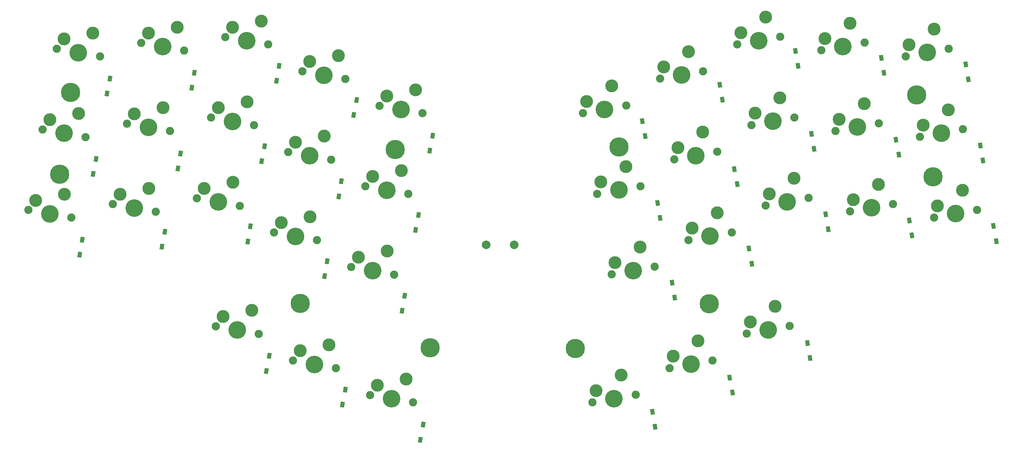
<source format=gbr>
%TF.GenerationSoftware,KiCad,Pcbnew,7.0.2*%
%TF.CreationDate,2023-05-13T02:55:16+09:00*%
%TF.ProjectId,ver1,76657231-2e6b-4696-9361-645f70636258,rev?*%
%TF.SameCoordinates,Original*%
%TF.FileFunction,Soldermask,Top*%
%TF.FilePolarity,Negative*%
%FSLAX46Y46*%
G04 Gerber Fmt 4.6, Leading zero omitted, Abs format (unit mm)*
G04 Created by KiCad (PCBNEW 7.0.2) date 2023-05-13 02:55:16*
%MOMM*%
%LPD*%
G01*
G04 APERTURE LIST*
G04 Aperture macros list*
%AMRotRect*
0 Rectangle, with rotation*
0 The origin of the aperture is its center*
0 $1 length*
0 $2 width*
0 $3 Rotation angle, in degrees counterclockwise*
0 Add horizontal line*
21,1,$1,$2,0,0,$3*%
G04 Aperture macros list end*
%ADD10C,1.900000*%
%ADD11C,3.000000*%
%ADD12C,4.100000*%
%ADD13C,4.500000*%
%ADD14C,2.000000*%
%ADD15RotRect,1.300000X0.950000X80.000000*%
%ADD16RotRect,1.300000X0.950000X100.000000*%
G04 APERTURE END LIST*
D10*
%TO.C,SW21*%
X28336529Y-87090996D03*
D11*
X30028301Y-84810118D03*
D12*
X33339352Y-87973129D03*
D11*
X36722896Y-83411372D03*
D10*
X38342175Y-88855262D03*
%TD*%
%TO.C,SW23*%
X67511703Y-84326698D03*
D11*
X69203475Y-82045820D03*
D12*
X72514526Y-85208831D03*
D11*
X75898070Y-80647074D03*
D10*
X77517349Y-86090964D03*
%TD*%
%TO.C,SW10*%
X232424488Y-51293067D03*
D11*
X233234127Y-48571122D03*
D12*
X237427311Y-50410934D03*
D11*
X239046590Y-44967044D03*
D10*
X242430134Y-49528801D03*
%TD*%
%TO.C,SW9*%
X212836900Y-49910918D03*
D11*
X213646539Y-47188973D03*
D12*
X217839723Y-49028785D03*
D11*
X219459002Y-43584895D03*
D10*
X222842546Y-48146652D03*
%TD*%
%TO.C,SW17*%
X178623723Y-75287501D03*
D11*
X179433362Y-72565556D03*
D12*
X183626546Y-74405368D03*
D11*
X185245825Y-68961478D03*
D10*
X188629369Y-73523235D03*
%TD*%
D13*
%TO.C,Ref\u002A\u002A*%
X155600000Y-119300000D03*
%TD*%
D10*
%TO.C,SW18*%
X196557311Y-67289356D03*
D11*
X197366950Y-64567411D03*
D12*
X201560134Y-66407223D03*
D11*
X203179413Y-60963333D03*
D10*
X206562957Y-65525090D03*
%TD*%
%TO.C,SW32*%
X89863589Y-122119723D03*
D11*
X91555361Y-119838845D03*
D12*
X94866412Y-123001856D03*
D11*
X98249956Y-118440099D03*
D10*
X99869235Y-123883989D03*
%TD*%
D13*
%TO.C,Ref\u002A\u002A*%
X91600000Y-108800000D03*
%TD*%
%TO.C,Ref\u002A\u002A*%
X121800000Y-119100000D03*
%TD*%
D10*
%TO.C,SW24*%
X85445291Y-92324842D03*
D11*
X87137063Y-90043964D03*
D12*
X90448114Y-93206975D03*
D11*
X93831658Y-88645218D03*
D10*
X95450937Y-94089108D03*
%TD*%
%TO.C,SW33*%
X107797177Y-130117867D03*
D11*
X109488949Y-127836989D03*
D12*
X112800000Y-131000000D03*
D11*
X116183544Y-126438243D03*
D10*
X117802823Y-131882133D03*
%TD*%
%TO.C,SW20*%
X235732485Y-70053655D03*
D11*
X236542124Y-67331710D03*
D12*
X240735308Y-69171522D03*
D11*
X242354587Y-63727632D03*
D10*
X245738131Y-68289389D03*
%TD*%
%TO.C,SW7*%
X175315725Y-56526913D03*
D11*
X176125364Y-53804968D03*
D12*
X180318548Y-55644780D03*
D11*
X181937827Y-50200890D03*
D10*
X185321371Y-54762647D03*
%TD*%
%TO.C,SW14*%
X88753289Y-73564255D03*
D11*
X90445061Y-71283377D03*
D12*
X93756112Y-74446388D03*
D11*
X97139656Y-69884631D03*
D10*
X98758935Y-75328521D03*
%TD*%
D13*
%TO.C,Ref\u002A\u002A*%
X234950000Y-60325000D03*
%TD*%
D10*
%TO.C,SW12*%
X51232114Y-66948259D03*
D11*
X52923886Y-64667381D03*
D12*
X56234937Y-67830392D03*
D11*
X59618481Y-63268635D03*
D10*
X61237760Y-68712525D03*
%TD*%
D13*
%TO.C,Ref\u002A\u002A*%
X186700000Y-108900000D03*
%TD*%
D10*
%TO.C,SW5*%
X109994875Y-62801812D03*
D11*
X111686647Y-60520934D03*
D12*
X114997698Y-63683945D03*
D11*
X118381242Y-59122188D03*
D10*
X120000521Y-64566078D03*
%TD*%
%TO.C,SW22*%
X47924116Y-85708847D03*
D11*
X49615888Y-83427969D03*
D12*
X52926939Y-86590980D03*
D11*
X56310483Y-82029223D03*
D10*
X57929762Y-87473113D03*
%TD*%
%TO.C,SW36*%
X195447012Y-115844824D03*
D11*
X196256651Y-113122879D03*
D12*
X200449835Y-114962691D03*
D11*
X202069114Y-109518801D03*
D10*
X205452658Y-114080558D03*
%TD*%
%TO.C,SW3*%
X74127699Y-46805522D03*
D11*
X75819471Y-44524644D03*
D12*
X79130522Y-47687655D03*
D11*
X82514066Y-43125898D03*
D10*
X84133345Y-48569788D03*
%TD*%
D13*
%TO.C,Ref\u002A\u002A*%
X238760000Y-79375000D03*
%TD*%
D10*
%TO.C,SW28*%
X199865309Y-86049944D03*
D11*
X200674948Y-83327999D03*
D12*
X204868132Y-85167811D03*
D11*
X206487411Y-79723921D03*
D10*
X209870955Y-84285678D03*
%TD*%
%TO.C,SW15*%
X106686877Y-81562399D03*
D11*
X108378649Y-79281521D03*
D12*
X111689700Y-82444532D03*
D11*
X115073244Y-77882775D03*
D10*
X116692523Y-83326665D03*
%TD*%
%TO.C,SW1*%
X34952524Y-49569820D03*
D11*
X36644296Y-47288942D03*
D12*
X39955347Y-50451953D03*
D11*
X43338891Y-45890196D03*
D10*
X44958170Y-51334086D03*
%TD*%
%TO.C,SW2*%
X54540112Y-48187671D03*
D11*
X56231884Y-45906793D03*
D12*
X59542935Y-49069804D03*
D11*
X62926479Y-44508047D03*
D10*
X64545758Y-49951937D03*
%TD*%
%TO.C,SW8*%
X193249313Y-48528769D03*
D11*
X194058952Y-45806824D03*
D12*
X198252136Y-47646636D03*
D11*
X199871415Y-42202746D03*
D10*
X203254959Y-46764503D03*
%TD*%
%TO.C,SW11*%
X31644527Y-68330408D03*
D11*
X33336299Y-66049530D03*
D12*
X36647350Y-69212541D03*
D11*
X40030894Y-64650784D03*
D10*
X41650173Y-70094674D03*
%TD*%
%TO.C,SW35*%
X177513423Y-123842969D03*
D11*
X178323062Y-121121024D03*
D12*
X182516246Y-122960836D03*
D11*
X184135525Y-117516946D03*
D10*
X187519069Y-122078703D03*
%TD*%
%TO.C,SW30*%
X239040483Y-88814242D03*
D11*
X239850122Y-86092297D03*
D12*
X244043306Y-87932109D03*
D11*
X245662585Y-82488219D03*
D10*
X249046129Y-87049976D03*
%TD*%
D14*
%TO.C,SW37*%
X141350000Y-95200000D03*
X134850000Y-95200000D03*
%TD*%
D10*
%TO.C,SW16*%
X160690135Y-83285646D03*
D11*
X161499774Y-80563701D03*
D12*
X165692958Y-82403513D03*
D11*
X167312237Y-76959623D03*
D10*
X170695781Y-81521380D03*
%TD*%
D13*
%TO.C,Ref\u002A\u002A*%
X35560000Y-78740000D03*
%TD*%
D10*
%TO.C,SW26*%
X163998132Y-102046233D03*
D11*
X164807771Y-99324288D03*
D12*
X169000955Y-101164100D03*
D11*
X170620234Y-95720210D03*
D10*
X174003778Y-100281967D03*
%TD*%
%TO.C,SW25*%
X103378880Y-100322987D03*
D11*
X105070652Y-98042109D03*
D12*
X108381703Y-101205120D03*
D11*
X111765247Y-96643363D03*
D10*
X113384526Y-102087253D03*
%TD*%
%TO.C,SW13*%
X70819701Y-65566110D03*
D11*
X72511473Y-63285232D03*
D12*
X75822524Y-66448243D03*
D11*
X79206068Y-61886486D03*
D10*
X80825347Y-67330376D03*
%TD*%
%TO.C,SW31*%
X71930000Y-114121578D03*
D11*
X73621772Y-111840700D03*
D12*
X76932823Y-115003711D03*
D11*
X80316367Y-110441954D03*
D10*
X81935646Y-115885844D03*
%TD*%
%TO.C,SW6*%
X157382137Y-64525058D03*
D11*
X158191776Y-61803113D03*
D12*
X162384960Y-63642925D03*
D11*
X164004239Y-58199035D03*
D10*
X167387783Y-62760792D03*
%TD*%
%TO.C,SW4*%
X92061287Y-54803667D03*
D11*
X93753059Y-52522789D03*
D12*
X97064110Y-55685800D03*
D11*
X100447654Y-51124043D03*
D10*
X102066933Y-56567933D03*
%TD*%
D13*
%TO.C,Ref\u002A\u002A*%
X38100000Y-59690000D03*
%TD*%
D10*
%TO.C,SW34*%
X159579835Y-131841114D03*
D11*
X160389474Y-129119169D03*
D12*
X164582658Y-130958981D03*
D11*
X166201937Y-125515091D03*
D10*
X169585481Y-130076848D03*
%TD*%
%TO.C,SW27*%
X181931721Y-94048089D03*
D11*
X182741360Y-91326144D03*
D12*
X186934544Y-93165956D03*
D11*
X188553823Y-87722066D03*
D10*
X191937367Y-92283823D03*
%TD*%
D13*
%TO.C,Ref\u002A\u002A*%
X113665000Y-73025000D03*
%TD*%
D10*
%TO.C,SW19*%
X216144898Y-68671505D03*
D11*
X216954537Y-65949560D03*
D12*
X221147721Y-67789372D03*
D11*
X222767000Y-62345482D03*
D10*
X226150544Y-66907239D03*
%TD*%
%TO.C,SW29*%
X219452896Y-87432093D03*
D11*
X220262535Y-84710148D03*
D12*
X224455719Y-86549960D03*
D11*
X226074998Y-81106070D03*
D10*
X229458542Y-85667827D03*
%TD*%
D13*
%TO.C,Ref\u002A\u002A*%
X165735000Y-72390000D03*
%TD*%
D15*
%TO.C,D13*%
X82629757Y-75693221D03*
X83246209Y-72197153D03*
%TD*%
D16*
%TO.C,D27*%
X196608226Y-99548034D03*
X195991774Y-96051966D03*
%TD*%
%TO.C,D28*%
X214408226Y-91548034D03*
X213791774Y-88051966D03*
%TD*%
%TO.C,D34*%
X174108226Y-137548034D03*
X173491774Y-134051966D03*
%TD*%
D15*
%TO.C,D3*%
X86029757Y-56993221D03*
X86646209Y-53497153D03*
%TD*%
D16*
%TO.C,D20*%
X250408226Y-75548034D03*
X249791774Y-72051966D03*
%TD*%
D15*
%TO.C,D12*%
X63121531Y-77441255D03*
X63737983Y-73945187D03*
%TD*%
D16*
%TO.C,D10*%
X247008226Y-56648034D03*
X246391774Y-53151966D03*
%TD*%
D15*
%TO.C,D22*%
X59429757Y-95593221D03*
X60046209Y-92097153D03*
%TD*%
D16*
%TO.C,D6*%
X171808226Y-69848034D03*
X171191774Y-66351966D03*
%TD*%
%TO.C,D17*%
X193208226Y-81048034D03*
X192591774Y-77551966D03*
%TD*%
%TO.C,D16*%
X175308226Y-88948034D03*
X174691774Y-85451966D03*
%TD*%
D15*
%TO.C,D24*%
X97229757Y-102493221D03*
X97846209Y-98997153D03*
%TD*%
D16*
%TO.C,D29*%
X233900000Y-93000000D03*
X233283548Y-89503932D03*
%TD*%
D15*
%TO.C,D15*%
X118429757Y-91693221D03*
X119046209Y-88197153D03*
%TD*%
D16*
%TO.C,D36*%
X210208226Y-121548034D03*
X209591774Y-118051966D03*
%TD*%
%TO.C,D9*%
X227408226Y-55148034D03*
X226791774Y-51651966D03*
%TD*%
%TO.C,D7*%
X189800000Y-61400000D03*
X189183548Y-57903932D03*
%TD*%
D15*
%TO.C,D14*%
X100529757Y-83893221D03*
X101146209Y-80397153D03*
%TD*%
%TO.C,D2*%
X66329757Y-58593221D03*
X66946209Y-55097153D03*
%TD*%
%TO.C,D25*%
X115229757Y-110493221D03*
X115846209Y-106997153D03*
%TD*%
D16*
%TO.C,D8*%
X207408226Y-53548034D03*
X206791774Y-50051966D03*
%TD*%
D15*
%TO.C,D5*%
X121729757Y-73293221D03*
X122346209Y-69797153D03*
%TD*%
%TO.C,D33*%
X119521531Y-140541255D03*
X120137983Y-137045187D03*
%TD*%
%TO.C,D21*%
X40229757Y-97493221D03*
X40846209Y-93997153D03*
%TD*%
%TO.C,D31*%
X83721531Y-124541255D03*
X84337983Y-121045187D03*
%TD*%
%TO.C,D23*%
X79329757Y-94393221D03*
X79946209Y-90897153D03*
%TD*%
%TO.C,D32*%
X101421531Y-132341255D03*
X102037983Y-128845187D03*
%TD*%
%TO.C,D1*%
X46629757Y-59993221D03*
X47246209Y-56497153D03*
%TD*%
D16*
%TO.C,D18*%
X211108226Y-72848034D03*
X210491774Y-69351966D03*
%TD*%
%TO.C,D19*%
X230800000Y-74200000D03*
X230183548Y-70703932D03*
%TD*%
D15*
%TO.C,D11*%
X43429757Y-78693221D03*
X44046209Y-75197153D03*
%TD*%
D16*
%TO.C,D26*%
X178708226Y-107448034D03*
X178091774Y-103951966D03*
%TD*%
%TO.C,D30*%
X253500000Y-94300000D03*
X252883548Y-90803932D03*
%TD*%
D15*
%TO.C,D4*%
X104029757Y-64993221D03*
X104646209Y-61497153D03*
%TD*%
D16*
%TO.C,D35*%
X192108226Y-129548034D03*
X191491774Y-126051966D03*
%TD*%
M02*

</source>
